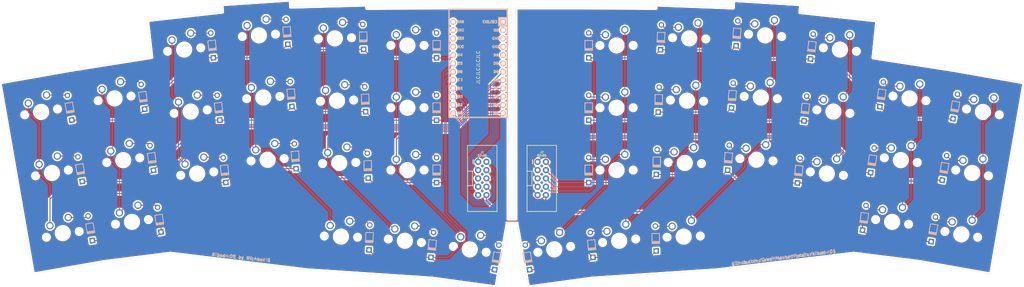
<source format=kicad_pcb>
(kicad_pcb (version 20211014) (generator pcbnew)
  (layers (0 "F.Cu" signal) (31 "B.Cu" signal) (34 "B.Paste" user) (35 "F.Paste" user) (36 "B.SilkS" user "B.Silkscreen") (37 "F.SilkS" user "F.Silkscreen") (38 "B.Mask" user) (39 "F.Mask" user) (44 "Edge.Cuts" user))
  (net 0 "")
  (net 1 "Net-(D-1-0-Pad2)")
  (net 2 "Net-(D-1-1-Pad2)")
  (net 3 "Net-(D-1-2-Pad2)")
  (net 4 "Net-(D-1-3-Pad2)")
  (net 5 "Net-(D-1-4-Pad2)")
  (net 6 "Net-(D-1-5-Pad2)")
  (net 7 "Net-(D-2-0-Pad2)")
  (net 8 "Net-(D-2-1-Pad2)")
  (net 9 "Net-(D-2-2-Pad2)")
  (net 10 "Net-(D-2-3-Pad2)")
  (net 11 "Net-(D-2-4-Pad2)")
  (net 12 "Net-(D-2-5-Pad2)")
  (net 13 "Net-(D-3-3-Pad2)")
  (net 14 "Net-(D-3-4-Pad2)")
  (net 15 "Net-(D-3-5-Pad2)")
  (net 16 "RL0")
  (net 17 "RR0")
  (net 18 "Net-(D-0-0-B1-Pad2)")
  (net 19 "Net-(D-0-1-B1-Pad2)")
  (net 20 "Net-(D-0-2-B1-Pad2)")
  (net 21 "Net-(D-0-3-B1-Pad2)")
  (net 22 "Net-(D-0-4-B1-Pad2)")
  (net 23 "Net-(D-0-5-B1-Pad2)")
  (net 24 "RL1")
  (net 25 "RR1")
  (net 26 "Net-(D-1-0-B1-Pad2)")
  (net 27 "Net-(D-1-1-B1-Pad2)")
  (net 28 "Net-(D-1-2-B1-Pad2)")
  (net 29 "Net-(D-1-3-B1-Pad2)")
  (net 30 "Net-(D-1-4-B1-Pad2)")
  (net 31 "Net-(D-1-5-B1-Pad2)")
  (net 32 "RL2")
  (net 33 "RR2")
  (net 34 "Net-(D-2-0-B1-Pad2)")
  (net 35 "Net-(D-2-1-B1-Pad2)")
  (net 36 "Net-(D-2-2-B1-Pad2)")
  (net 37 "Net-(D-2-3-B1-Pad2)")
  (net 38 "Net-(D-2-4-B1-Pad2)")
  (net 39 "Net-(D-2-5-B1-Pad2)")
  (net 40 "RL3")
  (net 41 "RR3")
  (net 42 "Net-(D-3-3-B1-Pad2)")
  (net 43 "Net-(D-3-4-B1-Pad2)")
  (net 44 "Net-(D-3-5-B1-Pad2)")
  (net 45 "CL0")
  (net 46 "CL1")
  (net 47 "RC0")
  (net 48 "CL2")
  (net 49 "RC1")
  (net 50 "CL3")
  (net 51 "RC2")
  (net 52 "CL4")
  (net 53 "RC3")
  (net 54 "CL5")
  (net 55 "CR1")
  (net 56 "CR2")
  (net 57 "CR3")
  (net 58 "CR4")
  (net 59 "CR5")
  (net 60 "Net-(D-0-0-Pad2)")
  (net 61 "Net-(D-0-1-Pad2)")
  (net 62 "Net-(D-0-2-Pad2)")
  (net 63 "Net-(D-0-3-Pad2)")
  (net 64 "Net-(D-0-4-Pad2)")
  (net 65 "Net-(D-0-5-Pad2)")
  (footprint "footprints:diode-vertical" (layer "F.Cu") (at 6 68.58 10)
    (fp_text reference "D-0-0" hide)
    (fp_text value "D" hide)
  )
  (footprint "footprints:diode-vertical" (layer "F.Cu") (at 28.4 65.231807 8)
    (fp_text reference "D-0-1" hide)
    (fp_text value "D" hide)
  )
  (footprint "footprints:diode-vertical" (layer "F.Cu") (at 49.53 49.53 6)
    (fp_text reference "D-0-2" hide)
    (fp_text value "D" hide)
  )
  (footprint "footprints:diode-vertical" (layer "F.Cu") (at 72.39 45.394601 4)
    (fp_text reference "D-0-3" hide)
    (fp_text value "D" hide)
  )
  (footprint "footprints:diode-vertical" (layer "F.Cu") (at 95.7 46.936149 2)
    (fp_text reference "D-0-4" hide)
    (fp_text value "D" hide)
  )
  (footprint "footprints:diode-vertical" (layer "F.Cu") (at 118.11 49.53)
    (fp_text reference "D-0-5" hide)
    (fp_text value "D" hide)
  )
  (footprint "footprints:diode-vertical" (layer "F.Cu") (at 9.2 87.32833 10)
    (fp_text reference "D-1-0" hide)
    (fp_text value "D" hide)
  )
  (footprint "footprints:diode-vertical" (layer "F.Cu") (at 31.1 83.919665 8)
    (fp_text reference "D-1-1" hide)
    (fp_text value "D" hide)
  )
  (footprint "footprints:diode-vertical" (layer "F.Cu") (at 51.5 68.58 6)
    (fp_text reference "D-1-2" hide)
    (fp_text value "D" hide)
  )
  (footprint "footprints:diode-vertical" (layer "F.Cu") (at 73.66 64.398196 4)
    (fp_text reference "D-1-3" hide)
    (fp_text value "D" hide)
  )
  (footprint "footprints:diode-vertical" (layer "F.Cu") (at 96.3 65.974545 2)
    (fp_text reference "D-1-4" hide)
    (fp_text value "D" hide)
  )
  (footprint "footprints:diode-vertical" (layer "F.Cu") (at 118.11 68.58)
    (fp_text reference "D-1-5" hide)
    (fp_text value "D" hide)
  )
  (footprint "footprints:diode-vertical" (layer "F.Cu") (at 12.3 105.41 10)
    (fp_text reference "D-2-0" hide)
    (fp_text value "D" hide)
  )
  (footprint "footprints:diode-vertical" (layer "F.Cu") (at 33.4 102.784272 8)
    (fp_text reference "D-2-1" hide)
    (fp_text value "D" hide)
  )
  (footprint "footprints:diode-vertical" (layer "F.Cu") (at 53.34 87.63 6)
    (fp_text reference "D-2-2" hide)
    (fp_text value "D" hide)
  )
  (footprint "footprints:diode-vertical" (layer "F.Cu") (at 74.93 83.401791 4)
    (fp_text reference "D-2-3" hide)
    (fp_text value "D" hide)
  )
  (footprint "footprints:diode-vertical" (layer "F.Cu") (at 97.1 86.282166 2)
    (fp_text reference "D-2-4" hide)
    (fp_text value "D" hide)
  )
  (footprint "footprints:diode-vertical" (layer "F.Cu") (at 118.11 87.63)
    (fp_text reference "D-2-5" hide)
    (fp_text value "D" hide)
  )
  (footprint "footprints:diode-vertical" (layer "F.Cu") (at 97.6 108.215934 -2)
    (fp_text reference "D-3-3" hide)
    (fp_text value "D" hide)
  )
  (footprint "footprints:diode-vertical" (layer "F.Cu") (at 116.8 110.49 -6)
    (fp_text reference "D-3-4" hide)
    (fp_text value "D" hide)
  )
  (footprint "footprints:diode-vertical" (layer "F.Cu") (at 136.5 114.3 -10)
    (fp_text reference "D-3-5" hide)
    (fp_text value "D" hide)
  )
  (footprint "footprints:100-minimal-no-3d" (layer "F.Cu") (at -2.698707 69.85 10)
    (fp_text reference "K-0-0" hide)
    (fp_text value "KEYSW" hide)
  )
  (footprint "footprints:100-minimal-no-3d" (layer "F.Cu") (at 19.744933 65.721171 8)
    (fp_text reference "K-0-1" hide)
    (fp_text value "KEYSW" hide)
  )
  (footprint "footprints:100-minimal-no-3d" (layer "F.Cu") (at 41.00552 50.808375 6)
    (fp_text reference "K-0-2" hide)
    (fp_text value "KEYSW" hide)
  )
  (footprint "footprints:100-minimal-no-3d" (layer "F.Cu") (at 63.844998 46.461452 4)
    (fp_text reference "K-0-3" hide)
    (fp_text value "KEYSW" hide)
  )
  (footprint "footprints:100-minimal-no-3d" (layer "F.Cu") (at 87.04353 47.377297 2)
    (fp_text reference "K-0-4" hide)
    (fp_text value "KEYSW" hide)
  )
  (footprint "footprints:100-minimal-no-3d" (layer "F.Cu") (at 109.22 49.53)
    (fp_text reference "K-0-5" hide)
    (fp_text value "KEYSW" hide)
  )
  (footprint "footprints:100-minimal-no-3d" (layer "F.Cu") (at 0.60929 88.499231 10)
    (fp_text reference "K-1-0" hide)
    (fp_text value "KEYSW" hide)
  )
  (footprint "footprints:100-minimal-no-3d" (layer "F.Cu") (at 22.396178 84.585777 8)
    (fp_text reference "K-1-1" hide)
    (fp_text value "KEYSW" hide)
  )
  (footprint "footprints:100-minimal-no-3d" (layer "F.Cu") (at 42.996785 69.754018 6)
    (fp_text reference "K-1-2" hide)
    (fp_text value "KEYSW" hide)
  )
  (footprint "footprints:100-minimal-no-3d" (layer "F.Cu") (at 65.173858 65.465046 4)
    (fp_text reference "K-1-3" hide)
    (fp_text value "KEYSW" hide)
  )
  (footprint "footprints:100-minimal-no-3d" (layer "F.Cu") (at 87.708365 66.415692 2)
    (fp_text reference "K-1-4" hide)
    (fp_text value "KEYSW" hide)
  )
  (footprint "footprints:100-minimal-no-3d" (layer "F.Cu") (at 109.22 68.58)
    (fp_text reference "K-1-5" hide)
    (fp_text value "KEYSW" hide)
  )
  (footprint "footprints:100-minimal-no-3d" (layer "F.Cu") (at 3.917288 107.259819 10)
    (fp_text reference "K-2-0" hide)
    (fp_text value "KEYSW" hide)
  )
  (footprint "footprints:100-minimal-no-3d" (layer "F.Cu") (at 25.047428 103.450384 8)
    (fp_text reference "K-2-1" hide)
    (fp_text value "KEYSW" hide)
  )
  (footprint "footprints:100-minimal-no-3d" (layer "F.Cu") (at 44.988053 88.699658 6)
    (fp_text reference "K-2-2" hide)
    (fp_text value "KEYSW" hide)
  )
  (footprint "footprints:100-minimal-no-3d" (layer "F.Cu") (at 66.502719 84.468642 4)
    (fp_text reference "K-2-3" hide)
    (fp_text value "KEYSW" hide)
  )
  (footprint "footprints:100-minimal-no-3d" (layer "F.Cu") (at 88.3732 85.454087 2)
    (fp_text reference "K-2-4" hide)
    (fp_text value "KEYSW" hide)
  )
  (footprint "footprints:100-minimal-no-3d" (layer "F.Cu") (at 109.22 87.63)
    (fp_text reference "K-2-5" hide)
    (fp_text value "KEYSW" hide)
  )
  (footprint "footprints:100-minimal-no-3d" (layer "F.Cu") (at 88.900773 107.95 -2)
    (fp_text reference "K-3-3" hide)
    (fp_text value "KEYSW" hide)
  )
  (footprint "footprints:100-minimal-no-3d" (layer "F.Cu") (at 108.427283 109.22 -6)
    (fp_text reference "K-3-4" hide)
    (fp_text value "KEYSW" hide)
  )
  (footprint "footprints:100-minimal-no-3d" (layer "F.Cu") (at 128.27 111.847403 -10)
    (fp_text reference "K-3-5" hide)
    (fp_text value "KEYSW" hide)
  )
  (footprint "footprints:diode-vertical" (layer "F.Cu") (at 276.582127 68.194912 -10)
    (fp_text reference "D-0-0-B1" hide)
    (fp_text value "D" hide)
  )
  (footprint "footprints:diode-vertical" (layer "F.Cu") (at 254.082127 64.483921 -8)
    (fp_text reference "D-0-1-B1" hide)
    (fp_text value "D" hide)
  )
  (footprint "footprints:diode-vertical" (layer "F.Cu") (at 232.782127 49.879117 -6)
    (fp_text reference "D-0-2-B1" hide)
    (fp_text value "D" hide)
  )
  (footprint "footprints:diode-vertical" (layer "F.Cu") (at 209.882127 45.841316 -4)
    (fp_text reference "D-0-3-B1" hide)
    (fp_text value "D" hide)
  )
  (footprint "footprints:diode-vertical" (layer "F.Cu") (at 186.682127 47.06704 -2)
    (fp_text reference "D-0-4-B1" hide)
    (fp_text value "D" hide)
  )
  (footprint "footprints:diode-vertical" (layer "F.Cu") (at 164.582127 49.53)
    (fp_text reference "D-0-5-B1" hide)
    (fp_text value "D" hide)
  )
  (footprint "footprints:diode-vertical" (layer "F.Cu") (at 273.282127 86.955497 -10)
    (fp_text reference "D-1-0-B1" hide)
    (fp_text value "D" hide)
  )
  (footprint "footprints:diode-vertical" (layer "F.Cu") (at 251.282127 84.618528 -8)
    (fp_text reference "D-1-1-B1" hide)
    (fp_text value "D" hide)
  )
  (footprint "footprints:diode-vertical" (layer "F.Cu") (at 230.782127 68.824759 -6)
    (fp_text reference "D-1-2-B1" hide)
    (fp_text value "D" hide)
  )
  (footprint "footprints:diode-vertical" (layer "F.Cu") (at 208.482127 64.844912 -4)
    (fp_text reference "D-1-3-B1" hide)
    (fp_text value "D" hide)
  )
  (footprint "footprints:diode-vertical" (layer "F.Cu") (at 185.982127 66.105435 -2)
    (fp_text reference "D-1-4-B1" hide)
    (fp_text value "D" hide)
  )
  (footprint "footprints:diode-vertical" (layer "F.Cu") (at 164.582127 68.58)
    (fp_text reference "D-1-5-B1" hide)
    (fp_text value "D" hide)
  )
  (footprint "footprints:diode-vertical" (layer "F.Cu") (at 269.882127 105.716086 -10)
    (fp_text reference "D-2-0-B1" hide)
    (fp_text value "D" hide)
  )
  (footprint "footprints:diode-vertical" (layer "F.Cu") (at 248.782127 102.213134 -8)
    (fp_text reference "D-2-1-B1" hide)
    (fp_text value "D" hide)
  )
  (footprint "footprints:diode-vertical" (layer "F.Cu") (at 228.782127 87.7704 -6)
    (fp_text reference "D-2-2-B1" hide)
    (fp_text value "D" hide)
  )
  (footprint "footprints:diode-vertical" (layer "F.Cu") (at 207.282127 83.848507 -4)
    (fp_text reference "D-2-3-B1" hide)
    (fp_text value "D" hide)
  )
  (footprint "footprints:diode-vertical" (layer "F.Cu") (at 185.382127 85.143831 -2)
    (fp_text reference "D-2-4-B1" hide)
    (fp_text value "D" hide)
  )
  (footprint "footprints:diode-vertical" (layer "F.Cu") (at 164.582127 87.63)
    (fp_text reference "D-2-5-B1" hide)
    (fp_text value "D" hide)
  )
  (footprint "footprints:diode-vertical" (layer "F.Cu") (at 185.082127 108.523097 2)
    (fp_text reference "D-3-3-B1" hide)
    (fp_text value "D" hide)
  )
  (footprint "footprints:diode-vertical" (layer "F.Cu") (at 165.492127 110.49 6)
    (fp_text reference "D-3-4-B1" hide)
    (fp_text value "D" hide)
  )
  (footprint "footprints:diode-vertical" (layer "F.Cu") (at 145.882127 114.3 10)
    (fp_text reference "D-3-5-B1" hide)
    (fp_text value "D" hide)
  )
  (footprint "footprints:connector-shrouded" (layer "F.Cu") (at 132.08 90.17)
    (fp_text reference "J1")
    (fp_text value "02x05")
  )
  (footprint "footprints:connector-shrouded" (layer "F.Cu") (at 150.252127 90.17)
    (fp_text reference "J2")
    (fp_text value "02x05")
  )
  (footprint "footprints:100-minimal-no-3d" (layer "F.Cu") (at 285.042566 69.85 -10)
    (fp_text reference "K-0-0-B1" hide)
    (fp_text value "KEYSW" hide)
  )
  (footprint "footprints:100-minimal-no-3d" (layer "F.Cu") (at 262.598926 65.721171 -8)
    (fp_text reference "K-0-1-B1" hide)
    (fp_text value "KEYSW" hide)
  )
  (footprint "footprints:100-minimal-no-3d" (layer "F.Cu") (at 241.338339 50.808375 -6)
    (fp_text reference "K-0-2-B1" hide)
    (fp_text value "KEYSW" hide)
  )
  (footprint "footprints:100-minimal-no-3d" (layer "F.Cu") (at 218.498861 46.461452 -4)
    (fp_text reference "K-0-3-B1" hide)
    (fp_text value "KEYSW" hide)
  )
  (footprint "footprints:100-minimal-no-3d" (layer "F.Cu") (at 195.300329 47.377297 -2)
    (fp_text reference "K-0-4-B1" hide)
    (fp_text value "KEYSW" hide)
  )
  (footprint "footprints:100-minimal-no-3d" (layer "F.Cu") (at 173.112127 49.53)
    (fp_text reference "K-0-5-B1" hide)
    (fp_text value "KEYSW" hide)
  )
  (footprint "footprints:100-minimal-no-3d" (layer "F.Cu") (at 281.734568 88.499231 -10)
    (fp_text reference "K-1-0-B1" hide)
    (fp_text value "KEYSW" hide)
  )
  (footprint "footprints:100-minimal-no-3d" (layer "F.Cu") (at 259.94768 84.585777 -8)
    (fp_text reference "K-1-1-B1" hide)
    (fp_text value "KEYSW" hide)
  )
  (footprint "footprints:100-minimal-no-3d" (layer "F.Cu") (at 239.347073 69.754018 -6)
    (fp_text reference "K-1-2-B1" hide)
    (fp_text value "KEYSW" hide)
  )
  (footprint "footprints:100-minimal-no-3d" (layer "F.Cu") (at 217.17 65.465046 -4)
    (fp_text reference "K-1-3-B1" hide)
    (fp_text value "KEYSW" hide)
  )
  (footprint "footprints:100-minimal-no-3d" (layer "F.Cu") (at 194.635493 66.415692 -2)
    (fp_text reference "K-1-4-B1" hide)
    (fp_text value "KEYSW" hide)
  )
  (footprint "footprints:100-minimal-no-3d" (layer "F.Cu") (at 173.112127 68.58)
    (fp_text reference "K-1-5-B1" hide)
    (fp_text value "KEYSW" hide)
  )
  (footprint "footprints:100-minimal-no-3d" (layer "F.Cu") (at 278.42657 107.259819 -10)
    (fp_text reference "K-2-0-B1" hide)
    (fp_text value "KEYSW" hide)
  )
  (footprint "footprints:100-minimal-no-3d" (layer "F.Cu") (at 257.29643 103.450384 -8)
    (fp_text reference "K-2-1-B1" hide)
    (fp_text value "KEYSW" hide)
  )
  (footprint "footprints:100-minimal-no-3d" (layer "F.Cu") (at 237.355805 88.699658 -6)
    (fp_text reference "K-2-2-B1" hide)
    (fp_text value "KEYSW" hide)
  )
  (footprint "footprints:100-minimal-no-3d" (layer "F.Cu") (at 215.841139 84.468642 -4)
    (fp_text reference "K-2-3-B1" hide)
    (fp_text value "KEYSW" hide)
  )
  (footprint "footprints:100-minimal-no-3d" (layer "F.Cu") (at 193.970658 85.454087 -2)
    (fp_text reference "K-2-4-B1" hide)
    (fp_text value "KEYSW" hide)
  )
  (footprint "footprints:100-minimal-no-3d" (layer "F.Cu") (at 173.112127 87.63)
    (fp_text reference "K-2-5-B1" hide)
    (fp_text value "KEYSW" hide)
  )
  (footprint "footprints:100-minimal-no-3d" (layer "F.Cu") (at 193.614059 107.95 2)
    (fp_text reference "K-3-3-B1" hide)
    (fp_text value "KEYSW" hide)
  )
  (footprint "footprints:100-minimal-no-3d" (layer "F.Cu") (at 173.904844 109.22 6)
    (fp_text reference "K-3-4-B1" hide)
    (fp_text value "KEYSW" hide)
  )
  (footprint "footprints:100-minimal-no-3d" (layer "F.Cu") (at 154.062127 111.847403 10)
    (fp_text reference "K-3-5-B1" hide)
    (fp_text value "KEYSW" hide)
  )
  (footprint "footprints:promicro" (layer "B.Cu") (at 130.81 56.3 -90)
    (fp_text reference "U1" hide)
    (fp_text value "ProMicro" hide)
  )
  (gr_line (start 139.954 38.1) (end 119.38 38.1) (layer "Edge.Cuts") (width 0.05))
  (gr_line (start 139.7 103.632) (end 136.271 123.317) (layer "Edge.Cuts") (width 0.05))
  (gr_line (start 297.572127 60.96) (end 287.412127 119.38) (layer "Edge.Cuts") (width 0.05))
  (gr_line (start 229.362 37.084) (end 229.108 39.497) (layer "Edge.Cuts") (width 0.05))
  (gr_line (start 185.166 37.211) (end 208.788 38.1) (layer "Edge.Cuts") (width 0.05))
  (gr_line (start 185.166 37.211) (end 185.166 38.227) (layer "Edge.Cuts") (width 0.05))
  (gr_line (start 229.108 39.497) (end 252.603 42.037) (layer "Edge.Cuts") (width 0.05))
  (gr_line (start 265.822127 115.57) (end 245.502127 113.03) (layer "Edge.Cuts") (width 0.05))
  (gr_line (start 252.603 42.037) (end 251.46 53.34) (layer "Edge.Cuts") (width 0.05))
  (gr_line (start 184.542127 119.38) (end 165.492127 120.65) (layer "Edge.Cuts") (width 0.05))
  (gr_line (start 203.592127 118.11) (end 184.542127 119.38) (layer "Edge.Cuts") (width 0.05))
  (gr_line (start 287.412127 119.38) (end 265.822127 115.57) (layer "Edge.Cuts") (width 0.05))
  (gr_line (start 142.367 38.1) (end 162.952127 38.1) (layer "Edge.Cuts") (width 0.05))
  (gr_line (start 165.492127 120.65) (end 146.177 123.317) (layer "Edge.Cuts") (width 0.05))
  (gr_line (start 208.915 35.814) (end 229.362 37.084) (layer "Edge.Cuts") (width 0.05))
  (gr_line (start 275.982127 57.15) (end 297.572127 60.96) (layer "Edge.Cuts") (width 0.05))
  (gr_line (start 208.788 38.1) (end 208.915 35.814) (layer "Edge.Cuts") (width 0.05))
  (gr_line (start 251.46 53.34) (end 275.982127 57.15) (layer "Edge.Cuts") (width 0.05))
  (gr_line (start 142.632127 103.632) (end 146.177 123.317) (layer "Edge.Cuts") (width 0.05))
  (gr_line (start 162.952127 38.1) (end 185.166 38.227) (layer "Edge.Cuts") (width 0.05))
  (gr_line (start 142.367 102.489) (end 142.367 38.1) (layer "Edge.Cuts") (width 0.05))
  (gr_line (start 203.592127 118.11) (end 245.502127 113.03) (layer "Edge.Cuts") (width 0.05))
  (gr_line (start 119.38 38.1) (end 96.774 38.227) (layer "Edge.Cuts") (width 0.05))
  (gr_line (start 139.954 102.489) (end 142.367 102.489) (layer "Edge.Cuts") (width 0.05))
  (gr_line (start -5.08 119.38) (end 16.51 115.57) (layer "Edge.Cuts") (width 0.05))
  (gr_line (start 6.35 57.15) (end -15.24 60.96) (layer "Edge.Cuts") (width 0.05))
  (gr_line (start 97.79 119.38) (end 116.84 120.65) (layer "Edge.Cuts") (width 0.05))
  (gr_line (start 139.954 102.489) (end 139.954 38.1) (layer "Edge.Cuts") (width 0.05))
  (gr_line (start 52.705 39.37) (end 29.845 41.91) (layer "Edge.Cuts") (width 0.05))
  (gr_line (start 73.533 37.846) (end 73.406 35.687) (layer "Edge.Cuts") (width 0.05))
  (gr_line (start -15.24 60.96) (end -5.08 119.38) (layer "Edge.Cuts") (width 0.05))
  (gr_line (start 16.51 115.57) (end 36.83 113.03) (layer "Edge.Cuts") (width 0.05))
  (gr_line (start 29.845 41.91) (end 31.115 53.213) (layer "Edge.Cuts") (width 0.05))
  (gr_line (start 52.578 37.084) (end 52.705 39.37) (layer "Edge.Cuts") (width 0.05))
  (gr_line (start 78.74 118.11) (end 36.83 113.03) (layer "Edge.Cuts") (width 0.05))
  (gr_line (start 73.406 35.687) (end 52.578 37.084) (layer "Edge.Cuts") (width 0.05))
  (gr_line (start 96.774 37.211) (end 96.774 38.227) (layer "Edge.Cuts") (width 0.05))
  (gr_line (start 31.115 53.213) (end 6.35 57.15) (layer "Edge.Cuts") (width 0.05))
  (gr_line (start 96.774 37.211) (end 73.533 37.846) (layer "Edge.Cuts") (width 0.05))
  (gr_line (start 116.84 120.65) (end 136.271 123.317) (layer "Edge.Cuts") (width 0.05))
  (gr_line (start 78.74 118.11) (end 97.79 119.38) (layer "Edge.Cuts") (width 0.05))
  (gr_line (start 139.7 103.632) (end 142.632127 103.632) (layer "Edge.Cuts") (width 0.05))
  (gr_text "github.com/GreenMashedPotato/kibod-01" (at 224.155 114.3 7) (layer "B.SilkS") (effects (font (size 1 1)) (justify mirror)))
  (gr_text "Kibod-01 by Michael G" (at 58.42 114.3 -6) (layer "B.SilkS") (effects (font (size 1 1)) (justify mirror)))
  (gr_text "github.com/GreenMashedPotato/kibod-01" (at 224.155 114.3 7) (layer "F.SilkS") (effects (font (size 1 1))))
  (gr_text "Kibod-01 by Michael G" (at 58.42 114.3 -6) (layer "F.SilkS") (effects (font (size 1 1))))
  (segment (start 2.259231 83.344408) (end 8.306596 83.344408) (width 0.25) (layer "F.Cu") (net 1))
  (segment (start 8.306596 83.344408) (end 8.5384 83.576212) (width 0.25) (layer "F.Cu") (net 1))
  (segment (start 24.225014 79.491677) (end 29.914683 79.491677) (width 0.25) (layer "F.Cu") (net 2))
  (segment (start 29.914683 79.491677) (end 30.56975 80.146744) (width 0.25) (layer "F.Cu") (net 2))
  (segment (start 45.002289 64.726846) (end 51.037721 64.726846) (width 0.25) (layer "F.Cu") (net 3))
  (segment (start 51.037721 64.726846) (end 51.101747 64.790872) (width 0.25) (layer "F.Cu") (net 3))
  (segment (start 67.353586 60.510928) (end 73.307679 60.510928) (width 0.25) (layer "F.Cu") (net 4))
  (segment (start 73.307679 60.510928) (end 73.394228 60.597477) (width 0.25) (layer "F.Cu") (net 4))
  (segment (start 90.059661 61.540663) (end 95.54083 61.540663) (width 0.25) (layer "F.Cu") (net 5))
  (segment (start 95.54083 61.540663) (end 96.167033 62.166866) (width 0.25) (layer "F.Cu") (net 5))
  (segment (start 111.74 63.79) (end 117.13 63.79) (width 0.25) (layer "F.Cu") (net 6))
  (segment (start 117.13 63.79) (end 118.11 64.77) (width 0.25) (layer "F.Cu") (net 6))
  (segment (start 11.191286 102.104996) (end 11.6384 101.657882) (width 0.25) (layer "F.Cu") (net 7))
  (segment (start 5.567229 102.104996) (end 11.191286 102.104996) (width 0.25) (layer "F.Cu") (net 7))
  (segment (start 32.214683 98.356284) (end 32.86975 99.011351) (width 0.25) (layer "F.Cu") (net 8))
  (segment (start 26.876264 98.356284) (end 32.214683 98.356284) (width 0.25) (layer "F.Cu") (net 8))
  (segment (start 46.993557 83.672486) (end 52.773361 83.672486) (width 0.25) (layer "F.Cu") (net 9))
  (segment (start 52.773361 83.672486) (end 52.941747 83.840872) (width 0.25) (layer "F.Cu") (net 9))
  (segment (start 68.682447 79.514524) (end 74.57768 79.514524) (width 0.25) (layer "F.Cu") (net 10))
  (segment (start 74.57768 79.514524) (end 74.664228 79.601072) (width 0.25) (layer "F.Cu") (net 10))
  (segment (start 95.071604 80.579058) (end 96.967033 82.474487) (width 0.25) (layer "F.Cu") (net 11))
  (segment (start 90.724496 80.579058) (end 95.071604 80.579058) (width 0.25) (layer "F.Cu") (net 11))
  (segment (start 111.74 82.84) (end 117.13 82.84) (width 0.25) (layer "F.Cu") (net 12))
  (segment (start 117.13 82.84) (end 118.11 83.82) (width 0.25) (layer "F.Cu") (net 12))
  (segment (start 91.586406 103.250865) (end 96.575577 103.250865) (width 0.25) (layer "F.Cu") (net 13))
  (segment (start 96.575577 103.250865) (end 97.732967 104.408255) (width 0.25) (layer "F.Cu") (net 13))
  (segment (start 115.217033 104.719652) (end 117.198253 106.700872) (width 0.25) (layer "F.Cu") (net 14))
  (segment (start 111.43417 104.719652) (end 115.217033 104.719652) (width 0.25) (layer "F.Cu") (net 14))
  (segment (start 131.58349 107.567767) (end 134.181485 107.567767) (width 0.25) (layer "F.Cu") (net 15))
  (segment (start 134.181485 107.567767) (end 137.1616 110.547882) (width 0.25) (layer "F.Cu") (net 15))
  (segment (start 72.655772 49.19532) (end 72.655772 49.795772) (width 0.25) (layer "F.Cu") (net 16))
  (segment (start 25.60286 72.332118) (end 28.93025 69.004728) (width 0.25) (layer "F.Cu") (net 16))
  (segment (start 98.429139 53.34) (end 95.832967 50.743828) (width 0.25) (layer "F.Cu") (net 16))
  (segment (start 74.20428 50.743828) (end 95.832967 50.743828) (width 0.25) (layer "F.Cu") (net 16))
  (segment (start 49.928253 53.319128) (end 68.531964 53.319128) (width 0.25) (layer "F.Cu") (net 16))
  (segment (start 44.61585 53.319128) (end 28.93025 69.004728) (width 0.25) (layer "F.Cu") (net 16))
  (segment (start 68.531964 53.319128) (end 72.655772 49.19532) (width 0.25) (layer "F.Cu") (net 16))
  (segment (start 49.928253 53.319128) (end 44.61585 53.319128) (width 0.25) (layer "F.Cu") (net 16))
  (segment (start 6.6616 72.332118) (end 25.60286 72.332118) (width 0.25) (layer "F.Cu") (net 16))
  (segment (start 72.655772 49.19532) (end 74.20428 50.743828) (width 0.25) (layer "F.Cu") (net 16))
  (segment (start 118.11 53.34) (end 98.429139 53.34) (width 0.25) (layer "F.Cu") (net 16))
  (segment (start 118.11 53.34) (end 122.34 53.34) (width 0.25) (layer "B.Cu") (net 16))
  (segment (start 122.34 53.34) (end 123.19 52.49) (width 0.25) (layer "B.Cu") (net 16))
  (segment (start 186.54916 50.874719) (end 208.383671 50.874719) (width 0.25) (layer "F.Cu") (net 17))
  (segment (start 208.383671 50.874719) (end 209.616355 49.642035) (width 0.25) (layer "F.Cu") (net 17))
  (segment (start 164.222127 53.34) (end 164.582127 53.34) (width 0.25) (layer "F.Cu") (net 17))
  (segment (start 232.383874 53.668245) (end 213.642565 53.668245) (width 0.25) (layer "F.Cu") (net 17))
  (segment (start 164.582127 53.34) (end 184.083879 53.34) (width 0.25) (layer "F.Cu") (net 17))
  (segment (start 213.642565 53.668245) (end 209.616355 49.642035) (width 0.25) (layer "F.Cu") (net 17))
  (segment (start 184.083879 53.34) (end 186.54916 50.874719) (width 0.25) (layer "F.Cu") (net 17))
  (segment (start 238.96328 53.668245) (end 253.551877 68.256842) (width 0.25) (layer "F.Cu") (net 17))
  (segment (start 257.242065 71.94703) (end 253.551877 68.256842) (width 0.25) (layer "F.Cu") (net 17))
  (segment (start 275.920527 71.94703) (end 257.242065 71.94703) (width 0.25) (layer "F.Cu") (net 17))
  (segment (start 232.383874 53.668245) (end 238.96328 53.668245) (width 0.25) (layer "F.Cu") (net 17))
  (segment (start 166.182638 54.940511) (end 166.182637 92.6559) (width 0.25) (layer "B.Cu") (net 17))
  (segment (start 152.792127 93.98) (end 151.522127 92.71) (width 0.25) (layer "B.Cu") (net 17))
  (segment (start 164.582127 53.34) (end 164.582127 53.7) (width 0.25) (layer "B.Cu") (net 17))
  (segment (start 164.858537 93.98) (end 152.792127 93.98) (width 0.25) (layer "B.Cu") (net 17))
  (segment (start 164.582127 53.34) (end 166.182638 54.940511) (width 0.25) (layer "B.Cu") (net 17))
  (segment (start 164.222127 53.34) (end 164.582127 53.34) (width 0.25) (layer "B.Cu") (net 17))
  (segment (start 166.182637 92.6559) (end 164.858537 93.98) (width 0.25) (layer "B.Cu") (net 17))
  (segment (start 278.83934 66.038407) (end 277.243727 64.442794) (width 0.25) (layer "F.Cu") (net 18))
  (segment (start 282.257125 66.038407) (end 278.83934 66.038407) (width 0.25) (layer "F.Cu") (net 18))
  (segment (start 259.682159 62.00911) (end 255.910487 62.00911) (width 0.25) (layer "F.Cu") (net 19))
  (segment (start 255.910487 62.00911) (end 254.612377 60.711) (width 0.25) (layer "F.Cu") (net 19))
  (segment (start 238.2938 47.200369) (end 234.29076 47.200369) (width 0.25) (layer "F.Cu") (net 20))
  (segment (start 234.29076 47.200369) (end 233.18038 46.089989) (width 0.25) (layer "F.Cu") (net 20))
  (segment (start 211.069199 42.961897) (end 210.147899 42.040597) (width 0.25) (layer "F.Cu") (net 21))
  (segment (start 215.330259 42.961897) (end 211.069199 42.961897) (width 0.25) (layer "F.Cu") (net 21))
  (segment (start 187.546189 43.990456) (end 186.815094 43.259361) (width 0.25) (layer "F.Cu") (net 22))
  (segment (start 192.011525 43.990456) (end 187.546189 43.990456) (width 0.25) (layer "F.Cu") (net 22))
  (segment (start 169.707127 46.26) (end 165.122127 46.26) (width 0.25) (layer "F.Cu") (net 23))
  (segment (start 165.122127 46.26) (end 164.582127 45.72) (width 0.25) (layer "F.Cu") (net 23))
  (segment (start 75.509081 69.782224) (end 96.432967 69.782224) (width 0.25) (layer "F.Cu") (net 24))
  (segment (start 9.8616 91.080448) (end 28.242388 91.080448) (width 0.25) (layer "F.Cu") (net 24))
  (segment (start 51.898253 72.369128) (end 69.755559 72.369128) (width 0.25) (layer "F.Cu") (net 24))
  (segment (start 96.432967 69.782224) (end 99.040743 72.39) (width 0.25) (layer "F.Cu") (net 24))
  (segment (start 31.63025 87.692586) (end 46.953708 72.369128) (width 0.25) (layer "F.Cu") (net 24))
  (segment (start 99.040743 72.39) (end 118.11 72.39) (width 0.25) (layer "F.Cu") (net 24))
  (segment (start 9.8616 91.080448) (end 9.8616 91.1416) (width 0.25) (layer "F.Cu") (net 24))
  (segment (start 69.755559 72.369128) (end 73.925772 68.198915) (width 0.25) (layer "F.Cu") (net 24))
  (segment (start 28.242388 91.080448) (end 31.63025 87.692586) (width 0.25) (layer "F.Cu") (net 24))
  (segment (start 73.925772 68.198915) (end 75.509081 69.782224) (width 0.25) (layer "F.Cu") (net 24))
  (segment (start 31.75 87.812336) (end 31.63025 87.692586) (width 0.25) (layer "F.Cu") (net 24))
  (segment (start 46.953708 72.369128) (end 51.898253 72.369128) (width 0.25) (layer "F.Cu") (net 24))
  (segment (start 119.38 72.39) (end 120.16998 71.60002) (width 0.25) (layer "B.Cu") (net 24))
  (segment (start 120.16998 58.05002) (end 123.19 55.03) (width 0.25) (layer "B.Cu") (net 24))
  (segment (start 120.16998 71.60002) (end 120.16998 58.05002) (width 0.25) (layer "B.Cu") (net 24))
  (segment (start 118.11 72.39) (end 119.38 72.39) (width 0.25) (layer "B.Cu") (net 24))
  (segment (start 230.383874 72.613887) (end 212.184611 72.613887) (width 0.25) (layer "F.Cu") (net 25))
  (segment (start 206.948872 69.913114) (end 208.216355 68.645631) (width 0.25) (layer "F.Cu") (net 25))
  (segment (start 251.459242 90.707615) (end 253.068043 90.707615) (width 0.25) (layer "F.Cu") (net 25))
  (segment (start 272.620527 90.707615) (end 253.068043 90.707615) (width 0.25) (layer "F.Cu") (net 25))
  (segment (start 212.184611 72.613887) (end 208.216355 68.645631) (width 0.25) (layer "F.Cu") (net 25))
  (segment (start 248.806396 88.391449) (end 250.751877 88.391449) (width 0.25) (layer "F.Cu") (net 25))
  (segment (start 250.751877 88.391449) (end 250.751877 90.00025) (width 0.25) (layer "F.Cu") (net 25))
  (segment (start 185.84916 69.913114) (end 206.948872 69.913114) (width 0.25) (layer "F.Cu") (net 25))
  (segment (start 164.582127 72.39) (end 183.372274 72.39) (width 0.25) (layer "F.Cu") (net 25))
  (segment (start 233.028834 72.613887) (end 248.806396 88.391449) (width 0.25) (layer "F.Cu") (net 25))
  (segment (start 250.751877 90.00025) (end 251.459242 90.707615) (width 0.25) (layer "F.Cu") (net 25))
  (segment (start 230.383874 72.613887) (end 233.028834 72.613887) (width 0.25) (layer "F.Cu") (net 25))
  (segment (start 183.372274 72.39) (end 185.84916 69.913114) (width 0.25) (layer "F.Cu") (net 25))
  (segment (start 165.732628 73.900501) (end 165.732628 92.469499) (width 0.25) (layer "B.Cu") (net 25))
  (segment (start 165.492127 92.71) (end 154.062127 92.71) (width 0.25) (layer "B.Cu") (net 25))
  (segment (start 164.582127 72.39) (end 164.582127 72.75) (width 0.25) (layer "B.Cu") (net 25))
  (segment (start 164.582127 72.75) (end 165.732628 73.900501) (width 0.25) (layer "B.Cu") (net 25))
  (segment (start 154.062127 92.71) (end 151.522127 90.17) (width 0.25) (layer "B.Cu") (net 25))
  (segment (start 165.732628 92.469499) (end 165.492127 92.71) (width 0.25) (layer "B.Cu") (net 25))
  (segment (start 275.427986 84.687638) (end 273.943727 83.203379) (width 0.25) (layer "F.Cu") (net 26))
  (segment (start 278.949127 84.687638) (end 275.427986 84.687638) (width 0.25) (layer "F.Cu") (net 26))
  (segment (start 257.030913 80.873716) (end 251.840486 80.873716) (width 0.25) (layer "F.Cu") (net 27))
  (segment (start 251.840486 80.873716) (end 251.812377 80.845607) (width 0.25) (layer "F.Cu") (net 27))
  (segment (start 232.290761 66.146012) (end 231.18038 65.035631) (width 0.25) (layer "F.Cu") (net 28))
  (segment (start 236.302534 66.146012) (end 232.290761 66.146012) (width 0.25) (layer "F.Cu") (net 28))
  (segment (start 214.001398 61.965491) (end 209.669197 61.965491) (width 0.25) (layer "F.Cu") (net 29))
  (segment (start 209.669197 61.965491) (end 208.747899 61.044193) (width 0.25) (layer "F.Cu") (net 29))
  (segment (start 186.846189 63.028851) (end 186.115094 62.297756) (width 0.25) (layer "F.Cu") (net 30))
  (segment (start 191.346689 63.028851) (end 186.846189 63.028851) (width 0.25) (layer "F.Cu") (net 30))
  (segment (start 165.122127 65.31) (end 164.582127 64.77) (width 0.25) (layer "F.Cu") (net 31))
  (segment (start 169.707127 65.31) (end 165.122127 65.31) (width 0.25) (layer "F.Cu") (net 31))
  (segment (start 12.9616 109.162118) (end 31.325325 109.162118) (width 0.25) (layer "F.Cu") (net 32))
  (segment (start 33.93025 106.557193) (end 33.93025 101.464762) (width 0.25) (layer "F.Cu") (net 32))
  (segment (start 43.975884 91.419128) (end 53.738253 91.419128) (width 0.25) (layer "F.Cu") (net 32))
  (segment (start 33.93025 101.464762) (end 43.975884 91.419128) (width 0.25) (layer "F.Cu") (net 32))
  (segment (start 78.083107 90.089845) (end 75.195772 87.20251) (width 0.25) (layer "F.Cu") (net 32))
  (segment (start 118.11 91.44) (end 98.583122 91.44) (width 0.25) (layer "F.Cu") (net 32))
  (segment (start 75.195772 87.20251) (end 57.954871 87.20251) (width 0.25) (layer "F.Cu") (net 32))
  (segment (start 31.325325 109.162118) (end 33.93025 106.557193) (width 0.25) (layer "F.Cu") (net 32))
  (segment (start 97.232967 90.089845) (end 78.083107 90.089845) (width 0.25) (layer "F.Cu") (net 32))
  (segment (start 98.583122 91.44) (end 97.232967 90.089845) (width 0.25) (layer "F.Cu") (net 32))
  (segment (start 57.954871 87.20251) (end 53.738253 91.419128) (width 0.25) (layer "F.Cu") (net 32))
  (segment (start 119.38 91.44) (end 120.61999 90.20001) (width 0.25) (layer "B.Cu") (net 32))
  (segment (start 120.61999 90.20001) (end 120.61999 60.14001) (width 0.25) (layer "B.Cu") (net 32))
  (segment (start 120.86 59.9) (end 123.19 57.57) (width 0.25) (layer "B.Cu") (net 32))
  (segment (start 120.61999 60.14001) (end 120.86 59.9) (width 0.25) (layer "B.Cu") (net 32))
  (segment (start 118.11 91.44) (end 119.38 91.44) (width 0.25) (layer "B.Cu") (net 32))
  (segment (start 182.76067 91.44) (end 164.582127 91.44) (width 0.25) (layer "F.Cu") (net 33))
  (segment (start 228.383874 91.559528) (end 210.926657 91.559528) (width 0.25) (layer "F.Cu") (net 33))
  (segment (start 238.496643 91.559528) (end 228.383874 91.559528) (width 0.25) (layer "F.Cu") (net 33))
  (segment (start 210.926657 91.559528) (end 207.016355 87.649226) (width 0.25) (layer "F.Cu") (net 33))
  (segment (start 248.251877 101.314762) (end 238.496643 91.559528) (width 0.25) (layer "F.Cu") (net 33))
  (segment (start 248.251877 105.986055) (end 248.251877 101.314762) (width 0.25) (layer "F.Cu") (net 33))
  (segment (start 251.734026 109.468204) (end 248.251877 105.986055) (width 0.25) (layer "F.Cu") (net 33))
  (segment (start 185.24916 88.95151) (end 205.714071 88.95151) (width 0.25) (layer "F.Cu") (net 33))
  (segment (start 185.24916 88.95151) (end 182.76067 91.44) (width 0.25) (layer "F.Cu") (net 33))
  (segment (start 205.714071 88.95151) (end 207.016355 87.649226) (width 0.25) (layer "F.Cu") (net 33))
  (segment (start 269.220527 109.468204) (end 251.734026 109.468204) (width 0.25) (layer "F.Cu") (net 33))
  (segment (start 155.332127 91.44) (end 151.522127 87.63) (width 0.25) (layer "B.Cu") (net 33))
  (segment (start 164.582127 91.44) (end 155.332127 91.44) (width 0.25) (layer "B.Cu") (net 33))
  (segment (start 272.027985 103.448226) (end 270.543727 101.963968) (width 0.25) (layer "F.Cu") (net 34))
  (segment (start 275.641129 103.448226) (end 272.027985 103.448226) (width 0.25) (layer "F.Cu") (net 34))
  (segment (start 254.379663 99.738323) (end 250.610487 99.738323) (width 0.25) (layer "F.Cu") (net 35))
  (segment (start 250.610487 99.738323) (end 249.312377 98.440213) (width 0.25) (layer "F.Cu") (net 35))
  (segment (start 234.311266 85.091652) (end 230.29076 85.091652) (width 0.25) (layer "F.Cu") (net 36))
  (segment (start 230.29076 85.091652) (end 229.18038 83.981272) (width 0.25) (layer "F.Cu") (net 36))
  (segment (start 208.469198 80.969087) (end 207.547899 80.047788) (width 0.25) (layer "F.Cu") (net 37))
  (segment (start 212.672537 80.969087) (end 208.469198 80.969087) (width 0.25) (layer "F.Cu") (net 37))
  (segment (start 186.246188 82.067246) (end 185.515094 81.336152) (width 0.25) (layer "F.Cu") (net 38))
  (segment (start 190.681854 82.067246) (end 186.246188 82.067246) (width 0.25) (layer "F.Cu") (net 38))
  (segment (start 165.122127 84.36) (end 164.582127 83.82) (width 0.25) (layer "F.Cu") (net 39))
  (segment (start 169.707127 84.36) (end 165.122127 84.36) (width 0.25) (layer "F.Cu") (net 39))
  (segment (start 135.8384 118.052118) (end 120.174737 118.052118) (width 0.25) (layer "F.Cu") (net 40))
  (segment (start 120.174737 118.052118) (end 116.401747 114.279128) (width 0.25) (layer "F.Cu") (net 40))
  (segment (start 116.401747 114.279128) (end 99.722548 114.279128) (width 0.25) (layer "F.Cu") (net 40))
  (segment (start 99.722548 114.279128) (end 97.467033 112.023613) (width 0.25) (layer "F.Cu") (net 40))
  (segment (start 126.90956 106.58956) (end 121.07 100.75) (width 0.25) (layer "B.Cu") (net 40))
  (segment (start 126.90956 109.135889) (end 126.90956 106.58956) (width 0.25) (layer "B.Cu") (net 40))
  (segment (start 116.401747 114.279128) (end 121.766321 114.279128) (width 0.25) (layer "B.Cu") (net 40))
  (segment (start 121.07 62.23) (end 123.19 60.11) (width 0.25) (layer "B.Cu") (net 40))
  (segment (start 123.19 60.872074) (end 123.19 60.11) (width 0.25) (layer "B.Cu") (net 40))
  (segment (start 121.07 100.75) (end 121.07 62.23) (width 0.25) (layer "B.Cu") (net 40))
  (segment (start 121.766321 114.279128) (end 126.90956 109.135889) (width 0.25) (layer "B.Cu") (net 40))
  (segment (start 154.062127 107.95) (end 155.332127 109.22) (width 0.25) (layer "F.Cu") (net 41))
  (segment (start 154.062127 101.60282) (end 154.062127 107.95) (width 0.25) (layer "F.Cu") (net 41))
  (segment (start 160.831252 109.22) (end 165.89038 114.279128) (width 0.25) (layer "F.Cu") (net 41))
  (segment (start 153.236938 86.804811) (end 153.236938 100.777631) (width 0.25) (layer "F.Cu") (net 41))
  (segment (start 155.332127 109.22) (end 160.831252 109.22) (width 0.25) (layer "F.Cu") (net 41))
  (segment (start 151.522127 85.09) (end 153.236938 86.804811) (width 0.25) (layer "F.Cu") (net 41))
  (segment (start 153.236938 100.777631) (end 154.062127 101.60282) (width 0.25) (layer "F.Cu") (net 41))
  (segment (start 165.89038 114.279128) (end 183.266742 114.279128) (width 0.25) (layer "F.Cu") (net 41))
  (segment (start 146.543727 118.052118) (end 162.11739 118.052118) (width 0.25) (layer "F.Cu") (net 41))
  (segment (start 162.11739 118.052118) (end 165.89038 114.279128) (width 0.25) (layer "F.Cu") (net 41))
  (segment (start 183.266742 114.279128) (end 185.215094 112.330776) (width 0.25) (layer "F.Cu") (net 41))
  (segment (start 190.097012 104.800825) (end 185.034567 104.800825) (width 0.25) (layer "F.Cu") (net 42))
  (segment (start 185.034567 104.800825) (end 184.94916 104.715418) (width 0.25) (layer "F.Cu") (net 42))
  (segment (start 170.176689 106.323833) (end 165.470913 106.323833) (width 0.25) (layer "F.Cu") (net 43))
  (segment (start 165.470913 106.323833) (end 165.093874 106.700872) (width 0.25) (layer "F.Cu") (net 43))
  (segment (start 150.141027 109.218354) (end 146.550055 109.218354) (width 0.25) (layer "F.Cu") (net 44))
  (segment (start 146.550055 109.218354) (end 145.220527 110.547882) (width 0.25) (layer "F.Cu") (net 44))
  (segment (start 50.657976 73.660001) (end 122.34 73.66) (width 0.25) (layer "F.Cu") (net 45))
  (segment (start 144.976064 103.066064) (end 151.522127 96.52) (width 0.25) (layer "F.Cu") (net 45))
  (segment (start 122.34 73.66) (end 138.43 57.57) (width 0.25) (layer "F.Cu") (net 45))
  (segment (start 250.936162 91.157625) (end 268.079752 91.157625) (width 0.25) (layer "F.Cu") (net 45))
  (segment (start 268.079752 91.157625) (end 274.12006 97.197933) (width 0.25) (layer "F.Cu") (net 45))
  (segment (start 144.822118 103.22001) (end 144.976064 103.066064) (width 0.25) (layer "F.Cu") (net 45))
  (segment (start 1.726729 94.793271) (end 29.511268 94.793271) (width 0.25) (layer "F.Cu") (net 45))
  (segment (start 148.380221 96.52) (end 145.917289 94.057068) (width 0.25) (layer "F.Cu") (net 45))
  (segment (start 29.517987 94.79999) (end 50.657976 73.660001) (width 0.25) (layer "F.Cu") (net 45))
  (segment (start 152.602907 77.01999) (end 236.798528 77.019991) (width 0.25) (layer "F.Cu") (net 45))
  (segment (start 279.285926 97.197933) (end 281.74006 99.652067) (width 0.25) (layer "F.Cu") (net 45))
  (segment (start 145.917289 94.057068) (end 145.91729 83.705607) (width 0.25) (layer "F.Cu") (net 45))
  (segment (start -0.003812 96.523812) (end 1.726729 94.793271) (width 0.25) (layer "F.Cu") (net 45))
  (segment (start 281.74006 99.652067) (end 281.74006 102.980183) (width 0.25) (layer "F.Cu") (net 45))
  (segment (start 150.252127 96.52) (end 148.380221 96.52) (width 0.25) (layer "F.Cu") (net 45))
  (segment (start 144.822117 103.22001) (end 144.976064 103.066064) (width 0.25) (layer "F.Cu") (net 45))
  (segment (start 145.91729 83.705607) (end 152.602907 77.01999) (width 0.25) (layer "F.Cu") (net 45))
  (segment (start 139.555022 103.22001) (end 144.822118 103.22001) (width 0.25) (layer "F.Cu") (net 45))
  (segment (start 133.35 95.25) (end 133.35 97.014988) (width 0.25) (layer "F.Cu") (net 45))
  (segment (start -0.003812 104.63077) (end -0.003812 96.523812) (width 0.25) (layer "F.Cu") (net 45))
  (segment (start 29.511268 94.793271) (end 29.517987 94.79999) (width 0.25) (layer "F.Cu") (net 45))
  (segment (start 274.12006 97.197933) (end 279.285926 97.197933) (width 0.25) (layer "F.Cu") (net 45))
  (segment (start 133.35 97.014988) (end 139.555022 103.22001) (width 0.25) (layer "F.Cu") (net 45))
  (segment (start 236.798528 77.019991) (end 250.936162 91.157625) (width 0.25) (layer "F.Cu") (net 45))
  (segment (start 151.522127 96.52) (end 151.522127 95.25) (width 0.25) (layer "F.Cu") (net 45))
  (segment (start 151.522127 95.25) (end 150.252127 96.52) (width 0.25) (layer "F.Cu") (net 45))
  (segment (start 285.048058 84.219595) (end 285.048058 99.672185) (width 0.25) (layer "B.Cu") (net 45))
  (segment (start -3.31181 88.650085) (end -0.003812 91.958083) (width 0.25) (layer "B.Cu") (net 45))
  (segment (start 288.356056 69.968484) (end 285.048058 73.276482) (width 0.25) (layer "B.Cu") (net 45))
  (segment (start -6.619807 67.220951) (end -6.619807 70.000854) (width 0.25) (layer "B.Cu") (net 45))
  (segment (start -6.619807 70.000854) (end -3.31181 73.308851) (width 0.25) (layer "B.Cu") (net 45))
  (segment (start 285.048058 73.276482) (end 285.048058 84.219595) (width 0.25) (layer "B.Cu") (net 45))
  (segment (start 132.085199 96.514801) (end 133.35 95.25) (width 0.25) (layer "B.Cu") (net 45))
  (segment (start -3.31181 85.870182) (end -3.31181 88.650085) (width 0.25) (layer "B.Cu") (net 45))
  (segment (start 127.745159 83.737295) (end 127.745159 94.057065) (width 0.25) (layer "B.Cu") (net 45))
  (segment (start 134.62 76.862454) (end 127.745159 83.737295) (width 0.25) (layer "B.Cu") (net 45))
  (segment (start 285.048058 99.672185) (end 281.74006 102.980183) (width 0.25) (layer "B.Cu") (net 45))
  (segment (start 130.202895 96.514801) (end 132.085199 96.514801) (width 0.25) (layer "B.Cu") (net 45))
  (segment (start 127.745159 94.057065) (end 130.202895 96.514801) (width 0.25) (layer "B.Cu") (net 45))
  (segment (start 134.62 61.38) (end 134.62 76.862454) (width 0.25) (layer "B.Cu") (net 45))
  (segment (start -0.003812 91.958083) (end -0.003812 104.63077) (width 0.25) (layer "B.Cu") (net 45))
  (segment (start -3.31181 73.308851) (end -3.31181 85.870182) (width 0.25) (layer "B.Cu") (net 45))
  (segment (start 288.356056 65.570364) (end 288.356056 69.968484) (width 0.25) (layer "B.Cu") (net 45))
  (segment (start 138.43 57.57) (end 134.62 61.38) (width 0.25) (layer "B.Cu") (net 45))
  (segment (start 29.704387 95.25) (end 29.21 95.25) (width 0.25) (layer "F.Cu") (net 46))
  (segment (start 29.203281 95.243281) (end 26.663281 95.243281) (width 0.25) (layer "F.Cu") (net 46))
  (segment (start 136.52641 60.11) (end 122.5264 74.11001) (width 0.25) (layer "F.Cu") (net 46))
  (segment (start 29.21 95.25) (end 29.203281 95.243281) (width 0.25) (layer "F.Cu") (net 46))
  (segment (start 26.663281 95.243281) (end 21.220469 100.686092) (width 0.25) (layer "F.Cu") (net 46))
  (segment (start 138.43 60.11) (end 136.52641 60.11) (width 0.25) (layer "F.Cu") (net 46))
  (segment (start 50.844377 74.11001) (end 29.704387 95.25) (width 0.25) (layer "F.Cu") (net 46))
  (segment (start 122.5264 74.11001) (end 50.844377 74.11001) (width 0.25) (layer "F.Cu") (net 46))
  (segment (start 18.569219 84.683377) (end 21.220469 87.334627) (width 0.25) (layer "B.Cu") (net 46))
  (segment (start 15.917974 65.818771) (end 19.05 68.950797) (width 0.25) (layer "B.Cu") (net 46))
  (segment (start 130.81 95.25) (end 128.195169 92.635169) (width 0.25) (layer "B.Cu") (net 46))
  (segment (start 19.05 81.340704) (end 18.569219 81.821485) (width 0.25) (layer "B.Cu") (net 46))
  (segment (start 15.917974 62.956879) (end 15.917974 65.818771) (width 0.25) (layer "B.Cu") (net 46))
  (segment (start 135.137628 63.402372) (end 138.43 60.11) (width 0.25) (layer "B.Cu") (net 46))
  (segment (start 18.569219 81.821485) (end 18.569219 84.683377) (width 0.25) (layer "B.Cu") (net 46))
  (segment (start 21.220469 87.334627) (end 21.220469 100.686092) (width 0.25) (layer "B.Cu") (net 46))
  (segment (start 128.195169 83.923695) (end 135.137627 76.981237) (width 0.25) (layer "B.Cu") (net 46))
  (segment (start 135.137627 76.981237) (end 135.137628 63.402372) (width 0.25) (layer "B.Cu") (net 46))
  (segment (start 128.195169 92.635169) (end 128.195169 83.923695) (width 0.25) (layer "B.Cu") (net 46))
  (segment (start 19.05 68.950797) (end 19.05 81.340704) (width 0.25) (layer "B.Cu") (net 46))
  (segment (start 127.29515 82.25485) (end 127.29515 94.243466) (width 0.25) (layer "B.Cu") (net 47))
  (segment (start 133.507095 96.964811) (end 134.614801 95.857105) (width 0.25) (layer "B.Cu") (net 47))
  (segment (start 130.016495 96.964811) (end 133.507095 96.964811) (width 0.25) (layer "B.Cu") (net 47))
  (segment (start 127.29515 94.243466) (end 130.016495 96.964811) (width 0.25) (layer "B.Cu") (net 47))
  (segment (start 134.614801 93.974801) (end 133.35 92.71) (width 0.25) (layer "B.Cu") (net 47))
  (segment (start 127.295151 66.755151) (end 127.295151 82.254851) (width 0.25) (layer "B.Cu") (net 47))
  (segment (start 134.614801 95.857105) (end 134.614801 93.974801) (width 0.25) (layer "B.Cu") (net 47))
  (segment (start 123.19 62.65) (end 127.295151 66.755151) (width 0.25) (layer "B.Cu") (net 47))
  (segment (start 41.259898 84.470102) (end 51.16998 74.56002) (width 0.25) (layer "F.Cu") (net 48))
  (segment (start 134.73004 62.65) (end 138.43 62.65) (width 0.25) (layer "F.Cu") (net 48))
  (segment (start 41.259898 85.803491) (end 41.259898 84.470102) (width 0.25) (layer "F.Cu") (net 48))
  (segment (start 51.16998 74.56002) (end 122.82002 74.56002) (width 0.25) (layer "F.Cu") (net 48))
  (segment (start 122.82002 74.56002) (end 134.73004 62.65) (width 0.25) (layer "F.Cu") (net 48))
  (segment (start 37.277365 47.912208) (end 37.277365 64.866586) (width 0.25) (layer "B.Cu") (net 48))
  (segment (start 135.587637 65.492363) (end 135.587637 77.167637) (width 0.25) (layer "B.Cu") (net 48))
  (segment (start 37.277365 64.866586) (end 39.26863 66.857851) (width 0.25) (layer "B.Cu") (net 48))
  (segment (start 128.645179 84.110095) (end 128.645179 90.545179) (width 0.25) (layer "B.Cu") (net 48))
  (segment (start 39.26863 66.857851) (end 39.26863 83.812223) (width 0.25) (layer "B.Cu") (net 48))
  (segment (start 138.43 62.65) (end 135.587637 65.492363) (width 0.25) (layer "B.Cu") (net 48))
  (segment (start 128.645179 90.545179) (end 130.81 92.71) (width 0.25) (layer "B.Cu") (net 48))
  (segment (start 135.587637 77.167637) (end 128.645179 84.110095) (width 0.25) (layer "B.Cu") (net 48))
  (segment (start 39.26863 83.812223) (end 41.259898 85.803491) (width 0.25) (layer "B.Cu") (net 48))
  (segment (start 126.845142 68.845142) (end 126.845142 82.06845) (width 0.25) (layer "B.Cu") (net 49))
  (segment (start 129.830095 97.414821) (end 133.693496 97.41482) (width 0.25) (layer "B.Cu") (net 49))
  (segment (start 126.84514 82.06845) (end 126.845141 94.429867) (width 0.25) (layer "B.Cu") (net 49))
  (segment (start 135.064811 91.884811) (end 133.35 90.17) (width 0.25) (layer "B.Cu") (net 49))
  (segment (start 135.064811 96.043505) (end 135.064811 91.884811) (width 0.25) (layer "B.Cu") (net 49))
  (segment (start 126.845141 94.429867) (end 129.830095 97.414821) (width 0.25) (layer "B.Cu") (net 49))
  (segment (start 133.693496 97.41482) (end 135.064811 96.043505) (width 0.25) (layer "B.Cu") (net 49))
  (segment (start 123.19 65.19) (end 126.845142 68.845142) (width 0.25) (layer "B.Cu") (net 49))
  (segment (start 132.93 65.19) (end 138.43 65.19) (width 0.25) (layer "F.Cu") (net 50))
  (segment (start 123.10997 75.01003) (end 132.93 65.19) (width 0.25) (layer "F.Cu") (net 50))
  (segment (start 62.87791 76.90212) (end 64.77 75.01003) (width 0.25) (layer "F.Cu") (net 50))
  (segment (start 62.87791 81.444128) (end 62.87791 76.90212) (width 0.25) (layer "F.Cu") (net 50))
  (segment (start 64.77 75.01003) (end 123.10997 75.01003) (width 0.25) (layer "F.Cu") (net 50))
  (segment (start 60.220189 61.111672) (end 61.549049 62.440532) (width 0.25) (layer "B.Cu") (net 50))
  (segment (start 60.220189 43.436938) (end 60.220189 61.111672) (width 0.25) (layer "B.Cu") (net 50))
  (segment (start 136.037647 67.582353) (end 138.43 65.19) (width 0.25) (layer "B.Cu") (net 50))
  (segment (start 133.365842 80.025842) (end 129.095189 84.296495) (width 0.25) (layer "B.Cu") (net 50))
  (segment (start 85.611969 100.145918) (end 66.910179 81.444128) (width 0.25) (layer "B.Cu") (net 50))
  (segment (start 61.549049 80.115267) (end 62.87791 81.444128) (width 0.25) (layer "B.Cu") (net 50))
  (segment (start 129.095189 84.296495) (end 129.095189 88.455189) (width 0.25) (layer "B.Cu") (net 50))
  (segment (start 66.910179 81.444128) (end 62.87791 81.444128) (width 0.25) (layer "B.Cu") (net 50))
  (segment (start 133.381684 80.01) (end 133.365842 80.025842) (width 0.25) (layer "B.Cu") (net 50))
  (segment (start 85.611969 104.563159) (end 85.611969 100.145918) (width 0.25) (layer "B.Cu") (net 50))
  (segment (start 61.549049 62.440532) (end 61.549049 80.115267) (width 0.25) (layer "B.Cu") (net 50))
  (segment (start 133.365842 80.025842) (end 136.037647 77.354037) (width 0.25) (layer "B.Cu") (net 50))
  (segment (start 129.095189 88.455189) (end 130.81 90.17) (width 0.25) (layer "B.Cu") (net 50))
  (segment (start 136.037647 77.354037) (end 136.037647 67.582353) (width 0.25) (layer "B.Cu") (net 50))
  (segment (start 135.514821 96.229905) (end 135.514821 89.794821) (width 0.25) (layer "B.Cu") (net 51))
  (segment (start 126.395133 70.935133) (end 126.395133 80.614868) (width 0.25) (layer "B.Cu") (net 51))
  (segment (start 126.395132 94.616268) (end 129.643696 97.86483) (width 0.25) (layer "B.Cu") (net 51))
  (segment (start 123.19 67.73) (end 126.395133 70.935133) (width 0.25) (layer "B.Cu") (net 51))
  (segment (start 135.514821 89.794821) (end 133.35 87.63) (width 0.25) (layer "B.Cu") (net 51))
  (segment (start 133.879897 97.864829) (end 135.514821 96.229905) (width 0.25) (layer "B.Cu") (net 51))
  (segment (start 129.643696 97.86483) (end 133.879897 97.864829) (width 0.25) (layer "B.Cu") (net 51))
  (segment (start 126.395132 80.614868) (end 126.395132 94.616268) (width 0.25) (layer "B.Cu") (net 51))
  (segment (start 123.29637 75.46004) (end 131.02641 67.73) (width 0.25) (layer "F.Cu") (net 52))
  (segment (start 84.856153 77.703847) (end 87.09996 75.46004) (width 0.25) (layer "F.Cu") (net 52))
  (segment (start 131.02641 67.73) (end 138.43 67.73) (width 0.25) (layer "F.Cu") (net 52))
  (segment (start 87.09996 75.46004) (end 123.29637 75.46004) (width 0.25) (layer "F.Cu") (net 52))
  (segment (start 84.856153 82.304912) (end 84.856153 77.703847) (width 0.25) (layer "F.Cu") (net 52))
  (segment (start 136.487657 69.672343) (end 138.43 67.73) (width 0.25) (layer "B.Cu") (net 52))
  (segment (start 84.191318 81.640077) (end 84.856153 82.304912) (width 0.25) (layer "B.Cu") (net 52))
  (segment (start 105.099133 105.611994) (end 105.382744 105.611994) (width 0.25) (layer "B.Cu") (net 52))
  (segment (start 130.81 87.63) (end 129.545199 86.365199) (width 0.25) (layer "B.Cu") (net 52))
  (segment (start 136.487657 77.540437) (end 136.487657 69.672343) (width 0.25) (layer "B.Cu") (net 52))
  (segment (start 129.545199 86.365199) (end 129.545199 84.482895) (width 0.25) (layer "B.Cu") (net 52))
  (segment (start 84.856153 82.304912) (end 84.856153 85.369014) (width 0.25) (layer "B.Cu") (net 52))
  (segment (start 83.526483 44.228122) (end 83.526483 62.601682) (width 0.25) (layer "B.Cu") (net 52))
  (segment (start 83.526483 62.601682) (end 84.191318 63.266517) (width 0.25) (layer "B.Cu") (net 52))
  (segment (start 84.856153 85.369014) (end 105.099133 105.611994) (width 0.25) (layer "B.Cu") (net 52))
  (segment (start 129.545199 84.482895) (end 136.487657 77.540437) (width 0.25) (layer "B.Cu") (net 52))
  (segment (start 84.191318 63.266517) (end 84.191318 81.640077) (width 0.25) (layer "B.Cu") (net 52))
  (segment (start 125.945123 94.802669) (end 129.457297 98.314839) (width 0.25) (layer "B.Cu") (net 53))
  (segment (start 135.964831 87.704831) (end 133.35 85.09) (width 0.25) (layer "B.Cu") (net 53))
  (segment (start 135.964831 96.416305) (end 135.964831 87.704831) (width 0.25) (layer "B.Cu") (net 53))
  (segment (start 125.945123 80.225123) (end 125.945123 94.802669) (width 0.25) (layer "B.Cu") (net 53))
  (segment (start 125.945123 80.225123) (end 125.945123 73.025123) (width 0.25) (layer "B.Cu") (net 53))
  (segment (start 125.945123 73.025123) (end 123.19 70.27) (width 0.25) (layer "B.Cu") (net 53))
  (segment (start 134.066298 98.314838) (end 135.964831 96.416305) (width 0.25) (layer "B.Cu") (net 53))
  (segment (start 129.457297 98.314839) (end 134.066298 98.314838) (width 0.25) (layer "B.Cu") (net 53))
  (segment (start 125.945123 79.794877) (end 125.945123 80.225123) (width 0.25) (layer "B.Cu") (net 53))
  (segment (start 129.12282 70.27) (end 138.43 70.27) (width 0.25) (layer "F.Cu") (net 54))
  (segment (start 123.48277 75.91005) (end 129.12282 70.27) (width 0.25) (layer "F.Cu") (net 54))
  (segment (start 108.23995 75.91005) (end 123.48277 75.91005) (width 0.25) (layer "F.Cu") (net 54))
  (segment (start 105.815 78.335) (end 108.23995 75.91005) (width 0.25) (layer "F.Cu") (net 54))
  (segment (start 105.815 84.36) (end 105.815 78.335) (width 0.25) (layer "F.Cu") (net 54))
  (segment (start 136.937666 71.762334) (end 138.43 70.27) (width 0.25) (layer "B.Cu") (net 54))
  (segment (start 105.815 84.36) (end 105.815 87.656974) (width 0.25) (layer "B.Cu") (net 54))
  (segment (start 130.81 85.09) (end 130.81 83.854504) (width 0.25) (layer "B.Cu") (net 54))
  (segment (start 105.815 65.31) (end 105.815 84.36) (width 0.25) (layer "B.Cu") (net 54))
  (segment (start 130.81 83.854504) (end 136.937666 77.726838) (width 0.25) (layer "B.Cu") (net 54))
  (segment (start 125.484559 107.326533) (end 125.484559 108.03581) (width 0.25) (layer "B.Cu") (net 54))
  (segment (start 136.937666 77.726838) (end 136.937666 71.762334) (width 0.25) (layer "B.Cu") (net 54))
  (segment (start 105.815 87.656974) (end 125.484559 107.326533) (width 0.25) (layer "B.Cu") (net 54))
  (segment (start 105.815 46.26) (end 105.815 65.31) (width 0.25) (layer "B.Cu") (net 54))
  (segment (start 152.789307 77.47) (end 146.367299 83.892008) (width 0.25) (layer "F.Cu") (net 55))
  (segment (start 236.612127 77.47) (end 152.789307 77.47) (width 0.25) (layer "F.Cu") (net 55))
  (segment (start 259.639762 91.607635) (end 250.749762 91.607635) (width 0.25) (layer "F.Cu") (net 55))
  (segment (start 260.458545 99.057716) (end 260.458545 92.426418) (width 0.25) (layer "F.Cu") (net 55))
  (segment (start 146.367298 92.635171) (end 148.982127 95.25) (width 0.25) (layer "F.Cu") (net 55))
  (segment (start 250.749762 91.607635) (end 236.612127 77.47) (width 0.25) (layer "F.Cu") (net 55))
  (segment (start 146.367299 83.892008) (end 146.367298 92.635171) (width 0.25) (layer "F.Cu") (net 55))
  (segment (start 260.458545 92.426418) (end 259.639762 91.607635) (width 0.25) (layer "F.Cu") (net 55))
  (segment (start 265.761041 77.541863) (end 263.109795 80.193109) (width 0.25) (layer "B.Cu") (net 55))
  (segment (start 260.458545 99.057716) (end 263.109795 96.406466) (width 0.25) (layer "B.Cu") (net 55))
  (segment (start 265.761041 61.328503) (end 265.761041 77.541863) (width 0.25) (layer "B.Cu") (net 55))
  (segment (start 263.109795 96.406466) (end 263.109795 80.193109) (width 0.25) (layer "B.Cu") (net 55))
  (segment (start 240.362692 84.19931) (end 240.362692 81.856975) (width 0.25) (layer "F.Cu") (net 56))
  (segment (start 240.362692 81.856975) (end 236.425727 77.92001) (width 0.25) (layer "F.Cu") (net 56))
  (segment (start 146.817308 90.545181) (end 148.982127 92.71) (width 0.25) (layer "F.Cu") (net 56))
  (segment (start 146.817308 84.078409) (end 146.817308 90.545181) (width 0.25) (layer "F.Cu") (net 56))
  (segment (start 152.975707 77.92001) (end 146.817308 84.078409) (width 0.25) (layer "F.Cu") (net 56))
  (segment (start 236.425727 77.92001) (end 152.975707 77.92001) (width 0.25) (layer "F.Cu") (net 56))
  (segment (start 244.345226 46.308027) (end 244.345226 63.262404) (width 0.25) (layer "B.Cu") (net 56))
  (segment (start 242.35396 65.25367) (end 242.35396 82.208042) (width 0.25) (layer "B.Cu") (net 56))
  (segment (start 242.35396 82.208042) (end 240.362692 84.19931) (width 0.25) (layer "B.Cu") (net 56))
  (segment (start 244.345226 63.262404) (end 242.35396 65.25367) (width 0.25) (layer "B.Cu") (net 56))
  (segment (start 148.982127 90.17) (end 147.267317 88.45519) (width 0.25) (layer "F.Cu") (net 57))
  (segment (start 172.72996 100.32004) (end 175.008577 100.32004) (width 0.25) (layer "F.Cu") (net 57))
  (segment (start 179.949039 100.320039) (end 194.427039 100.320039) (width 0.25) (layer "F.Cu") (net 57))
  (segment (start 154.586967 100.21843) (end 154.688576 100.320039) (width 0.25) (layer "F.Cu") (net 57))
  (segment (start 154.586967 85.010114) (end 154.586967 100.21843) (width 0.25) (layer "F.Cu") (net 57))
  (segment (start 195.965355 101.858355) (end 194.427039 100.320039) (width 0.25) (layer "F.Cu") (net 57))
  (segment (start 157.862166 100.320039) (end 172.72996 100.32004) (width 0.25) (layer "F.Cu") (net 57))
  (segment (start 157.862166 100.320039) (end 179.949039 100.320039) (width 0.25) (layer "F.Cu") (net 57))
  (segment (start 148.612146 82.919981) (end 152.496834 82.919981) (width 0.25) (layer "F.Cu") (net 57))
  (segment (start 147.267317 88.45519) (end 147.267317 84.26481) (width 0.25) (layer "F.Cu") (net 57))
  (segment (start 154.688576 100.320039) (end 157.862166 100.320039) (width 0.25) (layer "F.Cu") (net 57))
  (segment (start 152.496834 82.919981) (end 154.586967 85.010114) (width 0.25) (layer "F.Cu") (net 57))
  (segment (start 172.72996 100.32004) (end 179.949039 100.320039) (width 0.25) (layer "F.Cu") (net 57))
  (segment (start 147.267317 84.26481) (end 148.612146 82.919981) (width 0.25) (layer "F.Cu") (net 57))
  (segment (start 195.965355 103.074971) (end 195.965355 101.858355) (width 0.25) (layer "F.Cu") (net 57))
  (segment (start 217.01171 79.866097) (end 218.689134 79.866097) (width 0.25) (layer "B.Cu") (net 57))
  (segment (start 219.789133 78.766098) (end 219.789133 61.091363) (width 0.25) (layer "B.Cu") (net 57))
  (segment (start 221.117994 42.087769) (end 221.346856 41.858907) (width 0.25) (layer "B.Cu") (net 57))
  (segment (start 221.117994 59.762502) (end 221.117994 42.087769) (width 0.25) (layer "B.Cu") (net 57))
  (segment (start 212.252783 84.625024) (end 217.01171 79.866097) (width 0.25) (layer "B.Cu") (net 57))
  (segment (start 219.789133 61.091363) (end 220.017995 60.862501) (width 0.25) (layer "B.Cu") (net 57))
  (segment (start 220.017995 60.862501) (end 221.117994 59.762502) (width 0.25) (layer "B.Cu") (net 57))
  (segment (start 218.689134 79.866097) (end 219.789133 78.766098) (width 0.25) (layer "B.Cu") (net 57))
  (segment (start 195.965355 103.074971) (end 212.252783 86.787543) (width 0.25) (layer "B.Cu") (net 57))
  (segment (start 212.252783 86.787543) (end 212.252783 84.625024) (width 0.25) (layer "B.Cu") (net 57))
  (segment (start 152.310433 83.36999) (end 148.830231 83.36999) (width 0.25) (layer "F.Cu") (net 58))
  (segment (start 154.136957 100.40483) (end 154.136957 85.196514) (width 0.25) (layer "F.Cu") (net 58))
  (segment (start 148.830231 83.36999) (end 147.717326 84.482895) (width 0.25) (layer "F.Cu") (net 58))
  (segment (start 147.717326 84.482895) (end 147.717326 86.365199) (width 0.25) (layer "F.Cu") (net 58))
  (segment (start 154.502175 100.770048) (end 154.136957 100.40483) (width 0.25) (layer "F.Cu") (net 58))
  (segment (start 154.136957 85.196514) (end 152.310433 83.36999) (width 0.25) (layer "F.Cu") (net 58))
  (segment (start 147.717326 86.365199) (end 148.982127 87.63) (width 0.25) (layer "F.Cu") (net 58))
  (segment (start 175.910348 101.858221) (end 174.822176 100.770049) (width 0.25) (layer "F.Cu") (net 58))
  (segment (start 174.822176 100.770049) (end 154.502175 100.770048) (width 0.25) (layer "F.Cu") (net 58))
  (segment (start 175.910348 104.192828) (end 175.910348 101.858221) (width 0.25) (layer "F.Cu") (net 58))
  (segment (start 196.656291 80.754952) (end 195.100657 80.754952) (width 0.25) (layer "B.Cu") (net 58))
  (segment (start 195.100657 80.754952) (end 190.118754 85.736855) (width 0.25) (layer "B.Cu") (net 58))
  (segment (start 198.421125 60.616558) (end 198.421125 43.113325) (width 0.25) (layer "B.Cu") (net 58))
  (segment (start 196.656291 80.754952) (end 197.321126 80.090117) (width 0.25) (layer "B.Cu") (net 58))
  (segment (start 198.421125 43.113325) (end 197.985962 42.678162) (width 0.25) (layer "B.Cu") (net 58))
  (segment (start 190.118754 85.736855) (end 190.118754 89.984422) (width 0.25) (layer "B.Cu") (net 58))
  (segment (start 197.321126 80.090117) (end 197.321126 61.716557) (width 0.25) (layer "B.Cu") (net 58))
  (segment (start 190.118754 89.984422) (end 175.910348 104.192828) (width 0.25) (layer "B.Cu") (net 58))
  (segment (start 197.321126 61.716557) (end 198.421125 60.616558) (width 0.25) (layer "B.Cu") (net 58))
  (segment (start 154.512137 105.492649) (end 155.712068 106.69258) (width 0.25) (layer "F.Cu") (net 59))
  (segment (start 152.124033 83.82) (end 153.686948 85.382915) (width 0.25) (layer "F.Cu") (net 59))
  (segment (start 150.252127 83.82) (end 152.124033 83.82) (width 0.25) (layer "F.Cu") (net 59))
  (segment (start 153.686948 85.382915) (end 153.686947 100.59123) (width 0.25) (layer "F.Cu") (net 59))
  (segment (start 153.686947 100.59123) (end 154.512137 101.41642) (width 0.25) (layer "F.Cu") (net 59))
  (segment (start 148.982127 85.09) (end 150.252127 83.82) (width 0.25) (layer "F.Cu") (net 59))
  (segment (start 154.512137 101.41642) (end 154.512137 105.492649) (width 0.25) (layer "F.Cu") (net 59))
  (segment (start 169.860246 87.056246) (end 174.076493 82.84) (width 0.25) (layer "B.Cu") (net 59))
  (segment (start 155.712068 106.69258) (end 169.860246 92.544402) (width 0.25) (layer "B.Cu") (net 59))
  (segment (start 169.860246 92.544402) (end 169.860246 87.056246) (width 0.25) (layer "B.Cu") (net 59))
  (segment (start 175.632127 82.84) (end 175.632127 63.79) (width 0.25) (layer "B.Cu") (net 59))
  (segment (start 174.076493 82.84) (end 175.632127 82.84) (width 0.25) (layer "B.Cu") (net 59))
  (segment (start 175.632127 63.79) (end 175.632127 44.74) (width 0.25) (layer "B.Cu") (net 59))
  (segment (start 5.205695 64.695177) (end 5.3384 64.827882) (width 0.25) (layer "F.Cu") (net 60))
  (segment (start -1.048766 64.695177) (end 5.205695 64.695177) (width 0.25) (layer "F.Cu") (net 60))
  (segment (start 21.573769 60.627071) (end 27.037935 60.627071) (width 0.25) (layer "F.Cu") (net 61))
  (segment (start 27.037935 60.627071) (end 27.86975 61.458886) (width 0.25) (layer "F.Cu") (net 61))
  (segment (start 43.011024 45.781203) (end 49.091416 45.781203) (width 0.25) (layer "F.Cu") (net 62))
  (segment (start 49.091416 45.781203) (end 49.131747 45.740872) (width 0.25) (layer "F.Cu") (net 62))
  (segment (start 66.024726 41.507334) (end 72.03768 41.507334) (width 0.25) (layer "F.Cu") (net 63))
  (segment (start 72.03768 41.507334) (end 72.124228 41.593882) (width 0.25) (layer "F.Cu") (net 63))
  (segment (start 94.940831 42.502268) (end 95.567033 43.12847) (width 0.25) (layer "F.Cu") (net 64))
  (segment (start 89.394826 42.502268) (end 94.940831 42.502268) (width 0.25) (layer "F.Cu") (net 64))
  (segment (start 111.74 44.74) (end 117.13 44.74) (width 0.25) (layer "F.Cu") (net 65))
  (segment (start 117.13 44.74) (end 118.11 45.72) (width 0.25) (layer "F.Cu") (net 65))
  (zone (net 0) (net_name "") (layer "F.Cu") (connect_pads (clearance 0.508)) (min_thickness 0.254) (fill yes (thermal_gap 0.508) (thermal_bridge_width 0.508))
    (polygon (pts (xy 73.533 37.846) (xy 96.774 37.211) (xy 96.774 38.227) (xy 139.954 38.1) (xy 139.954 102.489) (xy 142.367 102.489) (xy 142.367 38.1) (xy 185.166 38.227) (xy 185.166 37.211) (xy 208.788 38.1) (xy 208.915 35.814) (xy 229.362 37.084) (xy 229.108 39.497) (xy 252.603 42.037) (xy 251.46 53.34) (xy 297.434 60.96) (xy 297.561 60.96) (xy 287.401 119.38) (xy 265.938 115.57) (xy 245.491 113.03) (xy 203.454 118.11) (xy 165.354 120.65) (xy 146.177 123.317) (xy 142.621 103.632) (xy 139.7 103.632) (xy 136.271 123.317) (xy 116.84 120.65) (xy 78.613 118.11) (xy 36.957 113.03) (xy 16.637 115.57) (xy -5.207 119.38) (xy -15.24 60.96) (xy 31.115 53.213) (xy 29.845 41.91) (xy 52.705 39.37) (xy 52.578 37.084) (xy 73.406 35.687)))
  )
  (zone (net 0) (net_name "") (layer "B.Cu") (connect_pads (clearance 0.508)) (min_thickness 0.254) (fill yes (thermal_gap 0.508) (thermal_bridge_width 0.508))
    (polygon (pts (xy 73.533 37.846) (xy 96.774 37.211) (xy 96.774 38.227) (xy 139.954 38.1) (xy 139.954 102.489) (xy 142.367 102.489) (xy 142.367 38.1) (xy 185.166 38.227) (xy 185.166 37.211) (xy 208.788 38.1) (xy 208.915 35.814) (xy 229.362 37.084) (xy 229.108 39.497) (xy 252.603 42.037) (xy 251.466756 53.299136) (xy 297.567756 60.919136) (xy 297.561 60.96) (xy 287.401 119.38) (xy 265.938 115.57) (xy 245.618 113.03) (xy 245.491 113.03) (xy 203.454 118.11) (xy 165.481 120.65) (xy 146.304 123.317) (xy 146.177 123.317) (xy 142.621 103.632) (xy 139.7 103.632) (xy 136.271 123.19) (xy 136.271 123.317) (xy 116.84 120.65) (xy 78.74 118.11) (xy 36.83 113.03) (xy 16.51 115.57) (xy -4.953 119.38) (xy -5.08 119.38) (xy -15.24 60.96) (xy 31.115 53.213) (xy 29.845 41.91) (xy 52.705 39.37) (xy 52.578 37.084) (xy 73.406 35.687)))
  )
)
</source>
